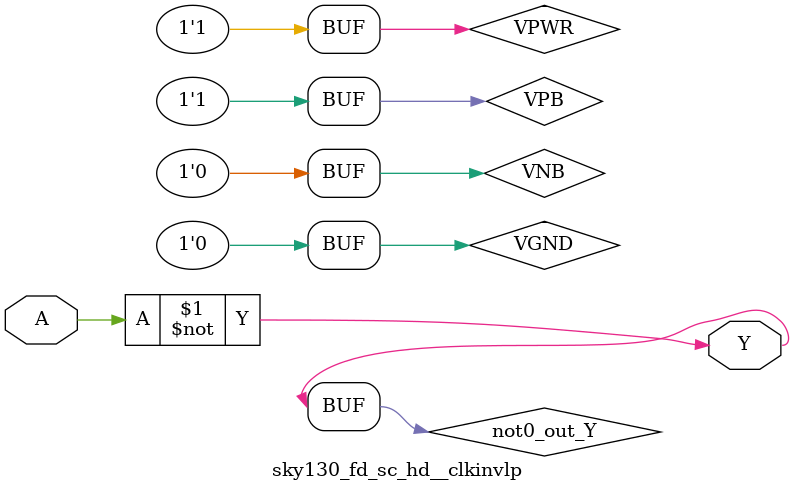
<source format=v>
/*
 * Copyright 2020 The SkyWater PDK Authors
 *
 * Licensed under the Apache License, Version 2.0 (the "License");
 * you may not use this file except in compliance with the License.
 * You may obtain a copy of the License at
 *
 *     https://www.apache.org/licenses/LICENSE-2.0
 *
 * Unless required by applicable law or agreed to in writing, software
 * distributed under the License is distributed on an "AS IS" BASIS,
 * WITHOUT WARRANTIES OR CONDITIONS OF ANY KIND, either express or implied.
 * See the License for the specific language governing permissions and
 * limitations under the License.
 *
 * SPDX-License-Identifier: Apache-2.0
*/


`ifndef SKY130_FD_SC_HD__CLKINVLP_TIMING_V
`define SKY130_FD_SC_HD__CLKINVLP_TIMING_V

/**
 * clkinvlp: Lower power Clock tree inverter.
 *
 * Verilog simulation timing model.
 */

`timescale 1ns / 1ps
`default_nettype none

`celldefine
module sky130_fd_sc_hd__clkinvlp (
    Y,
    A
);

    // Module ports
    output Y;
    input  A;

    // Module supplies
    supply1 VPWR;
    supply0 VGND;
    supply1 VPB ;
    supply0 VNB ;

    // Local signals
    wire not0_out_Y;

    //  Name  Output      Other arguments
    not not0 (not0_out_Y, A              );
    buf buf0 (Y         , not0_out_Y     );

endmodule
`endcelldefine

`default_nettype wire
`endif  // SKY130_FD_SC_HD__CLKINVLP_TIMING_V

</source>
